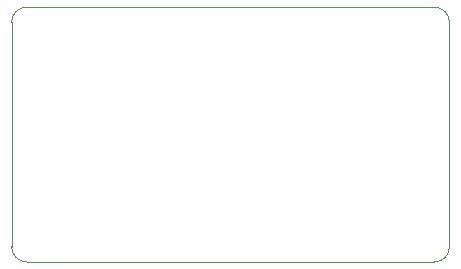
<source format=gbr>
%TF.GenerationSoftware,KiCad,Pcbnew,(6.0.8)*%
%TF.CreationDate,2023-02-11T17:00:45+01:00*%
%TF.ProjectId,BTS50010_TestBoard,42545335-3030-4313-905f-54657374426f,rev?*%
%TF.SameCoordinates,Original*%
%TF.FileFunction,Profile,NP*%
%FSLAX46Y46*%
G04 Gerber Fmt 4.6, Leading zero omitted, Abs format (unit mm)*
G04 Created by KiCad (PCBNEW (6.0.8)) date 2023-02-11 17:00:45*
%MOMM*%
%LPD*%
G01*
G04 APERTURE LIST*
%TA.AperFunction,Profile*%
%ADD10C,0.100000*%
%TD*%
G04 APERTURE END LIST*
D10*
X67818000Y-45720000D02*
X67808974Y-26679026D01*
X32013026Y-25409026D02*
X66538974Y-25409026D01*
X30743026Y-45710974D02*
X30743026Y-26679026D01*
X66548000Y-46990000D02*
X32013026Y-46980974D01*
X32013026Y-25409026D02*
G75*
G03*
X30743026Y-26679026I-26J-1269974D01*
G01*
X30743026Y-45710974D02*
G75*
G03*
X32013026Y-46980974I1269974J-26D01*
G01*
X66548000Y-46990000D02*
G75*
G03*
X67818000Y-45720000I0J1270000D01*
G01*
X67808974Y-26679026D02*
G75*
G03*
X66538974Y-25409026I-1269974J26D01*
G01*
M02*

</source>
